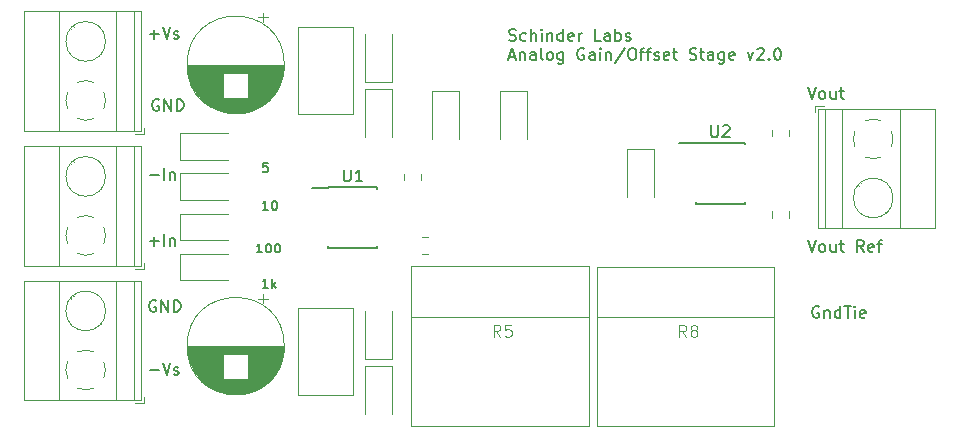
<source format=gbr>
%TF.GenerationSoftware,KiCad,Pcbnew,7.0.7-7.0.7~ubuntu22.04.1*%
%TF.CreationDate,2024-07-22T06:27:46-04:00*%
%TF.ProjectId,adjustable_instamp,61646a75-7374-4616-926c-655f696e7374,rev?*%
%TF.SameCoordinates,Original*%
%TF.FileFunction,Legend,Top*%
%TF.FilePolarity,Positive*%
%FSLAX46Y46*%
G04 Gerber Fmt 4.6, Leading zero omitted, Abs format (unit mm)*
G04 Created by KiCad (PCBNEW 7.0.7-7.0.7~ubuntu22.04.1) date 2024-07-22 06:27:46*
%MOMM*%
%LPD*%
G01*
G04 APERTURE LIST*
%ADD10C,0.150000*%
%ADD11C,0.100000*%
%ADD12C,0.120000*%
G04 APERTURE END LIST*
D10*
X124796779Y-89404866D02*
X125558684Y-89404866D01*
X125177731Y-89785819D02*
X125177731Y-89023914D01*
X126034874Y-89785819D02*
X126034874Y-88785819D01*
X126511064Y-89119152D02*
X126511064Y-89785819D01*
X126511064Y-89214390D02*
X126558683Y-89166771D01*
X126558683Y-89166771D02*
X126653921Y-89119152D01*
X126653921Y-89119152D02*
X126796778Y-89119152D01*
X126796778Y-89119152D02*
X126892016Y-89166771D01*
X126892016Y-89166771D02*
X126939635Y-89262009D01*
X126939635Y-89262009D02*
X126939635Y-89785819D01*
X124796779Y-83816866D02*
X125558684Y-83816866D01*
X126034874Y-84197819D02*
X126034874Y-83197819D01*
X126511064Y-83531152D02*
X126511064Y-84197819D01*
X126511064Y-83626390D02*
X126558683Y-83578771D01*
X126558683Y-83578771D02*
X126653921Y-83531152D01*
X126653921Y-83531152D02*
X126796778Y-83531152D01*
X126796778Y-83531152D02*
X126892016Y-83578771D01*
X126892016Y-83578771D02*
X126939635Y-83674009D01*
X126939635Y-83674009D02*
X126939635Y-84197819D01*
X134820207Y-93366295D02*
X134363064Y-93366295D01*
X134591636Y-93366295D02*
X134591636Y-92566295D01*
X134591636Y-92566295D02*
X134515445Y-92680580D01*
X134515445Y-92680580D02*
X134439255Y-92756771D01*
X134439255Y-92756771D02*
X134363064Y-92794866D01*
X135163065Y-93366295D02*
X135163065Y-92566295D01*
X135239255Y-93061533D02*
X135467827Y-93366295D01*
X135467827Y-92832961D02*
X135163065Y-93137723D01*
X134312207Y-90330533D02*
X133855064Y-90330533D01*
X134083636Y-90330533D02*
X134083636Y-89630533D01*
X134083636Y-89630533D02*
X134007445Y-89730533D01*
X134007445Y-89730533D02*
X133931255Y-89797200D01*
X133931255Y-89797200D02*
X133855064Y-89830533D01*
X134807446Y-89630533D02*
X134883636Y-89630533D01*
X134883636Y-89630533D02*
X134959827Y-89663866D01*
X134959827Y-89663866D02*
X134997922Y-89697200D01*
X134997922Y-89697200D02*
X135036017Y-89763866D01*
X135036017Y-89763866D02*
X135074112Y-89897200D01*
X135074112Y-89897200D02*
X135074112Y-90063866D01*
X135074112Y-90063866D02*
X135036017Y-90197200D01*
X135036017Y-90197200D02*
X134997922Y-90263866D01*
X134997922Y-90263866D02*
X134959827Y-90297200D01*
X134959827Y-90297200D02*
X134883636Y-90330533D01*
X134883636Y-90330533D02*
X134807446Y-90330533D01*
X134807446Y-90330533D02*
X134731255Y-90297200D01*
X134731255Y-90297200D02*
X134693160Y-90263866D01*
X134693160Y-90263866D02*
X134655065Y-90197200D01*
X134655065Y-90197200D02*
X134616969Y-90063866D01*
X134616969Y-90063866D02*
X134616969Y-89897200D01*
X134616969Y-89897200D02*
X134655065Y-89763866D01*
X134655065Y-89763866D02*
X134693160Y-89697200D01*
X134693160Y-89697200D02*
X134731255Y-89663866D01*
X134731255Y-89663866D02*
X134807446Y-89630533D01*
X135569351Y-89630533D02*
X135645541Y-89630533D01*
X135645541Y-89630533D02*
X135721732Y-89663866D01*
X135721732Y-89663866D02*
X135759827Y-89697200D01*
X135759827Y-89697200D02*
X135797922Y-89763866D01*
X135797922Y-89763866D02*
X135836017Y-89897200D01*
X135836017Y-89897200D02*
X135836017Y-90063866D01*
X135836017Y-90063866D02*
X135797922Y-90197200D01*
X135797922Y-90197200D02*
X135759827Y-90263866D01*
X135759827Y-90263866D02*
X135721732Y-90297200D01*
X135721732Y-90297200D02*
X135645541Y-90330533D01*
X135645541Y-90330533D02*
X135569351Y-90330533D01*
X135569351Y-90330533D02*
X135493160Y-90297200D01*
X135493160Y-90297200D02*
X135455065Y-90263866D01*
X135455065Y-90263866D02*
X135416970Y-90197200D01*
X135416970Y-90197200D02*
X135378874Y-90063866D01*
X135378874Y-90063866D02*
X135378874Y-89897200D01*
X135378874Y-89897200D02*
X135416970Y-89763866D01*
X135416970Y-89763866D02*
X135455065Y-89697200D01*
X135455065Y-89697200D02*
X135493160Y-89663866D01*
X135493160Y-89663866D02*
X135569351Y-89630533D01*
X134820207Y-86762295D02*
X134363064Y-86762295D01*
X134591636Y-86762295D02*
X134591636Y-85962295D01*
X134591636Y-85962295D02*
X134515445Y-86076580D01*
X134515445Y-86076580D02*
X134439255Y-86152771D01*
X134439255Y-86152771D02*
X134363064Y-86190866D01*
X135315446Y-85962295D02*
X135391636Y-85962295D01*
X135391636Y-85962295D02*
X135467827Y-86000390D01*
X135467827Y-86000390D02*
X135505922Y-86038485D01*
X135505922Y-86038485D02*
X135544017Y-86114676D01*
X135544017Y-86114676D02*
X135582112Y-86267057D01*
X135582112Y-86267057D02*
X135582112Y-86457533D01*
X135582112Y-86457533D02*
X135544017Y-86609914D01*
X135544017Y-86609914D02*
X135505922Y-86686104D01*
X135505922Y-86686104D02*
X135467827Y-86724200D01*
X135467827Y-86724200D02*
X135391636Y-86762295D01*
X135391636Y-86762295D02*
X135315446Y-86762295D01*
X135315446Y-86762295D02*
X135239255Y-86724200D01*
X135239255Y-86724200D02*
X135201160Y-86686104D01*
X135201160Y-86686104D02*
X135163065Y-86609914D01*
X135163065Y-86609914D02*
X135124969Y-86457533D01*
X135124969Y-86457533D02*
X135124969Y-86267057D01*
X135124969Y-86267057D02*
X135163065Y-86114676D01*
X135163065Y-86114676D02*
X135201160Y-86038485D01*
X135201160Y-86038485D02*
X135239255Y-86000390D01*
X135239255Y-86000390D02*
X135315446Y-85962295D01*
X134782112Y-82748295D02*
X134401160Y-82748295D01*
X134401160Y-82748295D02*
X134363064Y-83129247D01*
X134363064Y-83129247D02*
X134401160Y-83091152D01*
X134401160Y-83091152D02*
X134477350Y-83053057D01*
X134477350Y-83053057D02*
X134667826Y-83053057D01*
X134667826Y-83053057D02*
X134744017Y-83091152D01*
X134744017Y-83091152D02*
X134782112Y-83129247D01*
X134782112Y-83129247D02*
X134820207Y-83205438D01*
X134820207Y-83205438D02*
X134820207Y-83395914D01*
X134820207Y-83395914D02*
X134782112Y-83472104D01*
X134782112Y-83472104D02*
X134744017Y-83510200D01*
X134744017Y-83510200D02*
X134667826Y-83548295D01*
X134667826Y-83548295D02*
X134477350Y-83548295D01*
X134477350Y-83548295D02*
X134401160Y-83510200D01*
X134401160Y-83510200D02*
X134363064Y-83472104D01*
X180533922Y-89293819D02*
X180867255Y-90293819D01*
X180867255Y-90293819D02*
X181200588Y-89293819D01*
X181676779Y-90293819D02*
X181581541Y-90246200D01*
X181581541Y-90246200D02*
X181533922Y-90198580D01*
X181533922Y-90198580D02*
X181486303Y-90103342D01*
X181486303Y-90103342D02*
X181486303Y-89817628D01*
X181486303Y-89817628D02*
X181533922Y-89722390D01*
X181533922Y-89722390D02*
X181581541Y-89674771D01*
X181581541Y-89674771D02*
X181676779Y-89627152D01*
X181676779Y-89627152D02*
X181819636Y-89627152D01*
X181819636Y-89627152D02*
X181914874Y-89674771D01*
X181914874Y-89674771D02*
X181962493Y-89722390D01*
X181962493Y-89722390D02*
X182010112Y-89817628D01*
X182010112Y-89817628D02*
X182010112Y-90103342D01*
X182010112Y-90103342D02*
X181962493Y-90198580D01*
X181962493Y-90198580D02*
X181914874Y-90246200D01*
X181914874Y-90246200D02*
X181819636Y-90293819D01*
X181819636Y-90293819D02*
X181676779Y-90293819D01*
X182867255Y-89627152D02*
X182867255Y-90293819D01*
X182438684Y-89627152D02*
X182438684Y-90150961D01*
X182438684Y-90150961D02*
X182486303Y-90246200D01*
X182486303Y-90246200D02*
X182581541Y-90293819D01*
X182581541Y-90293819D02*
X182724398Y-90293819D01*
X182724398Y-90293819D02*
X182819636Y-90246200D01*
X182819636Y-90246200D02*
X182867255Y-90198580D01*
X183200589Y-89627152D02*
X183581541Y-89627152D01*
X183343446Y-89293819D02*
X183343446Y-90150961D01*
X183343446Y-90150961D02*
X183391065Y-90246200D01*
X183391065Y-90246200D02*
X183486303Y-90293819D01*
X183486303Y-90293819D02*
X183581541Y-90293819D01*
X185248208Y-90293819D02*
X184914875Y-89817628D01*
X184676780Y-90293819D02*
X184676780Y-89293819D01*
X184676780Y-89293819D02*
X185057732Y-89293819D01*
X185057732Y-89293819D02*
X185152970Y-89341438D01*
X185152970Y-89341438D02*
X185200589Y-89389057D01*
X185200589Y-89389057D02*
X185248208Y-89484295D01*
X185248208Y-89484295D02*
X185248208Y-89627152D01*
X185248208Y-89627152D02*
X185200589Y-89722390D01*
X185200589Y-89722390D02*
X185152970Y-89770009D01*
X185152970Y-89770009D02*
X185057732Y-89817628D01*
X185057732Y-89817628D02*
X184676780Y-89817628D01*
X186057732Y-90246200D02*
X185962494Y-90293819D01*
X185962494Y-90293819D02*
X185772018Y-90293819D01*
X185772018Y-90293819D02*
X185676780Y-90246200D01*
X185676780Y-90246200D02*
X185629161Y-90150961D01*
X185629161Y-90150961D02*
X185629161Y-89770009D01*
X185629161Y-89770009D02*
X185676780Y-89674771D01*
X185676780Y-89674771D02*
X185772018Y-89627152D01*
X185772018Y-89627152D02*
X185962494Y-89627152D01*
X185962494Y-89627152D02*
X186057732Y-89674771D01*
X186057732Y-89674771D02*
X186105351Y-89770009D01*
X186105351Y-89770009D02*
X186105351Y-89865247D01*
X186105351Y-89865247D02*
X185629161Y-89960485D01*
X186391066Y-89627152D02*
X186772018Y-89627152D01*
X186533923Y-90293819D02*
X186533923Y-89436676D01*
X186533923Y-89436676D02*
X186581542Y-89341438D01*
X186581542Y-89341438D02*
X186676780Y-89293819D01*
X186676780Y-89293819D02*
X186772018Y-89293819D01*
X155229160Y-72380200D02*
X155372017Y-72427819D01*
X155372017Y-72427819D02*
X155610112Y-72427819D01*
X155610112Y-72427819D02*
X155705350Y-72380200D01*
X155705350Y-72380200D02*
X155752969Y-72332580D01*
X155752969Y-72332580D02*
X155800588Y-72237342D01*
X155800588Y-72237342D02*
X155800588Y-72142104D01*
X155800588Y-72142104D02*
X155752969Y-72046866D01*
X155752969Y-72046866D02*
X155705350Y-71999247D01*
X155705350Y-71999247D02*
X155610112Y-71951628D01*
X155610112Y-71951628D02*
X155419636Y-71904009D01*
X155419636Y-71904009D02*
X155324398Y-71856390D01*
X155324398Y-71856390D02*
X155276779Y-71808771D01*
X155276779Y-71808771D02*
X155229160Y-71713533D01*
X155229160Y-71713533D02*
X155229160Y-71618295D01*
X155229160Y-71618295D02*
X155276779Y-71523057D01*
X155276779Y-71523057D02*
X155324398Y-71475438D01*
X155324398Y-71475438D02*
X155419636Y-71427819D01*
X155419636Y-71427819D02*
X155657731Y-71427819D01*
X155657731Y-71427819D02*
X155800588Y-71475438D01*
X156657731Y-72380200D02*
X156562493Y-72427819D01*
X156562493Y-72427819D02*
X156372017Y-72427819D01*
X156372017Y-72427819D02*
X156276779Y-72380200D01*
X156276779Y-72380200D02*
X156229160Y-72332580D01*
X156229160Y-72332580D02*
X156181541Y-72237342D01*
X156181541Y-72237342D02*
X156181541Y-71951628D01*
X156181541Y-71951628D02*
X156229160Y-71856390D01*
X156229160Y-71856390D02*
X156276779Y-71808771D01*
X156276779Y-71808771D02*
X156372017Y-71761152D01*
X156372017Y-71761152D02*
X156562493Y-71761152D01*
X156562493Y-71761152D02*
X156657731Y-71808771D01*
X157086303Y-72427819D02*
X157086303Y-71427819D01*
X157514874Y-72427819D02*
X157514874Y-71904009D01*
X157514874Y-71904009D02*
X157467255Y-71808771D01*
X157467255Y-71808771D02*
X157372017Y-71761152D01*
X157372017Y-71761152D02*
X157229160Y-71761152D01*
X157229160Y-71761152D02*
X157133922Y-71808771D01*
X157133922Y-71808771D02*
X157086303Y-71856390D01*
X157991065Y-72427819D02*
X157991065Y-71761152D01*
X157991065Y-71427819D02*
X157943446Y-71475438D01*
X157943446Y-71475438D02*
X157991065Y-71523057D01*
X157991065Y-71523057D02*
X158038684Y-71475438D01*
X158038684Y-71475438D02*
X157991065Y-71427819D01*
X157991065Y-71427819D02*
X157991065Y-71523057D01*
X158467255Y-71761152D02*
X158467255Y-72427819D01*
X158467255Y-71856390D02*
X158514874Y-71808771D01*
X158514874Y-71808771D02*
X158610112Y-71761152D01*
X158610112Y-71761152D02*
X158752969Y-71761152D01*
X158752969Y-71761152D02*
X158848207Y-71808771D01*
X158848207Y-71808771D02*
X158895826Y-71904009D01*
X158895826Y-71904009D02*
X158895826Y-72427819D01*
X159800588Y-72427819D02*
X159800588Y-71427819D01*
X159800588Y-72380200D02*
X159705350Y-72427819D01*
X159705350Y-72427819D02*
X159514874Y-72427819D01*
X159514874Y-72427819D02*
X159419636Y-72380200D01*
X159419636Y-72380200D02*
X159372017Y-72332580D01*
X159372017Y-72332580D02*
X159324398Y-72237342D01*
X159324398Y-72237342D02*
X159324398Y-71951628D01*
X159324398Y-71951628D02*
X159372017Y-71856390D01*
X159372017Y-71856390D02*
X159419636Y-71808771D01*
X159419636Y-71808771D02*
X159514874Y-71761152D01*
X159514874Y-71761152D02*
X159705350Y-71761152D01*
X159705350Y-71761152D02*
X159800588Y-71808771D01*
X160657731Y-72380200D02*
X160562493Y-72427819D01*
X160562493Y-72427819D02*
X160372017Y-72427819D01*
X160372017Y-72427819D02*
X160276779Y-72380200D01*
X160276779Y-72380200D02*
X160229160Y-72284961D01*
X160229160Y-72284961D02*
X160229160Y-71904009D01*
X160229160Y-71904009D02*
X160276779Y-71808771D01*
X160276779Y-71808771D02*
X160372017Y-71761152D01*
X160372017Y-71761152D02*
X160562493Y-71761152D01*
X160562493Y-71761152D02*
X160657731Y-71808771D01*
X160657731Y-71808771D02*
X160705350Y-71904009D01*
X160705350Y-71904009D02*
X160705350Y-71999247D01*
X160705350Y-71999247D02*
X160229160Y-72094485D01*
X161133922Y-72427819D02*
X161133922Y-71761152D01*
X161133922Y-71951628D02*
X161181541Y-71856390D01*
X161181541Y-71856390D02*
X161229160Y-71808771D01*
X161229160Y-71808771D02*
X161324398Y-71761152D01*
X161324398Y-71761152D02*
X161419636Y-71761152D01*
X162991065Y-72427819D02*
X162514875Y-72427819D01*
X162514875Y-72427819D02*
X162514875Y-71427819D01*
X163752970Y-72427819D02*
X163752970Y-71904009D01*
X163752970Y-71904009D02*
X163705351Y-71808771D01*
X163705351Y-71808771D02*
X163610113Y-71761152D01*
X163610113Y-71761152D02*
X163419637Y-71761152D01*
X163419637Y-71761152D02*
X163324399Y-71808771D01*
X163752970Y-72380200D02*
X163657732Y-72427819D01*
X163657732Y-72427819D02*
X163419637Y-72427819D01*
X163419637Y-72427819D02*
X163324399Y-72380200D01*
X163324399Y-72380200D02*
X163276780Y-72284961D01*
X163276780Y-72284961D02*
X163276780Y-72189723D01*
X163276780Y-72189723D02*
X163324399Y-72094485D01*
X163324399Y-72094485D02*
X163419637Y-72046866D01*
X163419637Y-72046866D02*
X163657732Y-72046866D01*
X163657732Y-72046866D02*
X163752970Y-71999247D01*
X164229161Y-72427819D02*
X164229161Y-71427819D01*
X164229161Y-71808771D02*
X164324399Y-71761152D01*
X164324399Y-71761152D02*
X164514875Y-71761152D01*
X164514875Y-71761152D02*
X164610113Y-71808771D01*
X164610113Y-71808771D02*
X164657732Y-71856390D01*
X164657732Y-71856390D02*
X164705351Y-71951628D01*
X164705351Y-71951628D02*
X164705351Y-72237342D01*
X164705351Y-72237342D02*
X164657732Y-72332580D01*
X164657732Y-72332580D02*
X164610113Y-72380200D01*
X164610113Y-72380200D02*
X164514875Y-72427819D01*
X164514875Y-72427819D02*
X164324399Y-72427819D01*
X164324399Y-72427819D02*
X164229161Y-72380200D01*
X165086304Y-72380200D02*
X165181542Y-72427819D01*
X165181542Y-72427819D02*
X165372018Y-72427819D01*
X165372018Y-72427819D02*
X165467256Y-72380200D01*
X165467256Y-72380200D02*
X165514875Y-72284961D01*
X165514875Y-72284961D02*
X165514875Y-72237342D01*
X165514875Y-72237342D02*
X165467256Y-72142104D01*
X165467256Y-72142104D02*
X165372018Y-72094485D01*
X165372018Y-72094485D02*
X165229161Y-72094485D01*
X165229161Y-72094485D02*
X165133923Y-72046866D01*
X165133923Y-72046866D02*
X165086304Y-71951628D01*
X165086304Y-71951628D02*
X165086304Y-71904009D01*
X165086304Y-71904009D02*
X165133923Y-71808771D01*
X165133923Y-71808771D02*
X165229161Y-71761152D01*
X165229161Y-71761152D02*
X165372018Y-71761152D01*
X165372018Y-71761152D02*
X165467256Y-71808771D01*
X155229160Y-73752104D02*
X155705350Y-73752104D01*
X155133922Y-74037819D02*
X155467255Y-73037819D01*
X155467255Y-73037819D02*
X155800588Y-74037819D01*
X156133922Y-73371152D02*
X156133922Y-74037819D01*
X156133922Y-73466390D02*
X156181541Y-73418771D01*
X156181541Y-73418771D02*
X156276779Y-73371152D01*
X156276779Y-73371152D02*
X156419636Y-73371152D01*
X156419636Y-73371152D02*
X156514874Y-73418771D01*
X156514874Y-73418771D02*
X156562493Y-73514009D01*
X156562493Y-73514009D02*
X156562493Y-74037819D01*
X157467255Y-74037819D02*
X157467255Y-73514009D01*
X157467255Y-73514009D02*
X157419636Y-73418771D01*
X157419636Y-73418771D02*
X157324398Y-73371152D01*
X157324398Y-73371152D02*
X157133922Y-73371152D01*
X157133922Y-73371152D02*
X157038684Y-73418771D01*
X157467255Y-73990200D02*
X157372017Y-74037819D01*
X157372017Y-74037819D02*
X157133922Y-74037819D01*
X157133922Y-74037819D02*
X157038684Y-73990200D01*
X157038684Y-73990200D02*
X156991065Y-73894961D01*
X156991065Y-73894961D02*
X156991065Y-73799723D01*
X156991065Y-73799723D02*
X157038684Y-73704485D01*
X157038684Y-73704485D02*
X157133922Y-73656866D01*
X157133922Y-73656866D02*
X157372017Y-73656866D01*
X157372017Y-73656866D02*
X157467255Y-73609247D01*
X158086303Y-74037819D02*
X157991065Y-73990200D01*
X157991065Y-73990200D02*
X157943446Y-73894961D01*
X157943446Y-73894961D02*
X157943446Y-73037819D01*
X158610113Y-74037819D02*
X158514875Y-73990200D01*
X158514875Y-73990200D02*
X158467256Y-73942580D01*
X158467256Y-73942580D02*
X158419637Y-73847342D01*
X158419637Y-73847342D02*
X158419637Y-73561628D01*
X158419637Y-73561628D02*
X158467256Y-73466390D01*
X158467256Y-73466390D02*
X158514875Y-73418771D01*
X158514875Y-73418771D02*
X158610113Y-73371152D01*
X158610113Y-73371152D02*
X158752970Y-73371152D01*
X158752970Y-73371152D02*
X158848208Y-73418771D01*
X158848208Y-73418771D02*
X158895827Y-73466390D01*
X158895827Y-73466390D02*
X158943446Y-73561628D01*
X158943446Y-73561628D02*
X158943446Y-73847342D01*
X158943446Y-73847342D02*
X158895827Y-73942580D01*
X158895827Y-73942580D02*
X158848208Y-73990200D01*
X158848208Y-73990200D02*
X158752970Y-74037819D01*
X158752970Y-74037819D02*
X158610113Y-74037819D01*
X159800589Y-73371152D02*
X159800589Y-74180676D01*
X159800589Y-74180676D02*
X159752970Y-74275914D01*
X159752970Y-74275914D02*
X159705351Y-74323533D01*
X159705351Y-74323533D02*
X159610113Y-74371152D01*
X159610113Y-74371152D02*
X159467256Y-74371152D01*
X159467256Y-74371152D02*
X159372018Y-74323533D01*
X159800589Y-73990200D02*
X159705351Y-74037819D01*
X159705351Y-74037819D02*
X159514875Y-74037819D01*
X159514875Y-74037819D02*
X159419637Y-73990200D01*
X159419637Y-73990200D02*
X159372018Y-73942580D01*
X159372018Y-73942580D02*
X159324399Y-73847342D01*
X159324399Y-73847342D02*
X159324399Y-73561628D01*
X159324399Y-73561628D02*
X159372018Y-73466390D01*
X159372018Y-73466390D02*
X159419637Y-73418771D01*
X159419637Y-73418771D02*
X159514875Y-73371152D01*
X159514875Y-73371152D02*
X159705351Y-73371152D01*
X159705351Y-73371152D02*
X159800589Y-73418771D01*
X161562494Y-73085438D02*
X161467256Y-73037819D01*
X161467256Y-73037819D02*
X161324399Y-73037819D01*
X161324399Y-73037819D02*
X161181542Y-73085438D01*
X161181542Y-73085438D02*
X161086304Y-73180676D01*
X161086304Y-73180676D02*
X161038685Y-73275914D01*
X161038685Y-73275914D02*
X160991066Y-73466390D01*
X160991066Y-73466390D02*
X160991066Y-73609247D01*
X160991066Y-73609247D02*
X161038685Y-73799723D01*
X161038685Y-73799723D02*
X161086304Y-73894961D01*
X161086304Y-73894961D02*
X161181542Y-73990200D01*
X161181542Y-73990200D02*
X161324399Y-74037819D01*
X161324399Y-74037819D02*
X161419637Y-74037819D01*
X161419637Y-74037819D02*
X161562494Y-73990200D01*
X161562494Y-73990200D02*
X161610113Y-73942580D01*
X161610113Y-73942580D02*
X161610113Y-73609247D01*
X161610113Y-73609247D02*
X161419637Y-73609247D01*
X162467256Y-74037819D02*
X162467256Y-73514009D01*
X162467256Y-73514009D02*
X162419637Y-73418771D01*
X162419637Y-73418771D02*
X162324399Y-73371152D01*
X162324399Y-73371152D02*
X162133923Y-73371152D01*
X162133923Y-73371152D02*
X162038685Y-73418771D01*
X162467256Y-73990200D02*
X162372018Y-74037819D01*
X162372018Y-74037819D02*
X162133923Y-74037819D01*
X162133923Y-74037819D02*
X162038685Y-73990200D01*
X162038685Y-73990200D02*
X161991066Y-73894961D01*
X161991066Y-73894961D02*
X161991066Y-73799723D01*
X161991066Y-73799723D02*
X162038685Y-73704485D01*
X162038685Y-73704485D02*
X162133923Y-73656866D01*
X162133923Y-73656866D02*
X162372018Y-73656866D01*
X162372018Y-73656866D02*
X162467256Y-73609247D01*
X162943447Y-74037819D02*
X162943447Y-73371152D01*
X162943447Y-73037819D02*
X162895828Y-73085438D01*
X162895828Y-73085438D02*
X162943447Y-73133057D01*
X162943447Y-73133057D02*
X162991066Y-73085438D01*
X162991066Y-73085438D02*
X162943447Y-73037819D01*
X162943447Y-73037819D02*
X162943447Y-73133057D01*
X163419637Y-73371152D02*
X163419637Y-74037819D01*
X163419637Y-73466390D02*
X163467256Y-73418771D01*
X163467256Y-73418771D02*
X163562494Y-73371152D01*
X163562494Y-73371152D02*
X163705351Y-73371152D01*
X163705351Y-73371152D02*
X163800589Y-73418771D01*
X163800589Y-73418771D02*
X163848208Y-73514009D01*
X163848208Y-73514009D02*
X163848208Y-74037819D01*
X165038684Y-72990200D02*
X164181542Y-74275914D01*
X165562494Y-73037819D02*
X165752970Y-73037819D01*
X165752970Y-73037819D02*
X165848208Y-73085438D01*
X165848208Y-73085438D02*
X165943446Y-73180676D01*
X165943446Y-73180676D02*
X165991065Y-73371152D01*
X165991065Y-73371152D02*
X165991065Y-73704485D01*
X165991065Y-73704485D02*
X165943446Y-73894961D01*
X165943446Y-73894961D02*
X165848208Y-73990200D01*
X165848208Y-73990200D02*
X165752970Y-74037819D01*
X165752970Y-74037819D02*
X165562494Y-74037819D01*
X165562494Y-74037819D02*
X165467256Y-73990200D01*
X165467256Y-73990200D02*
X165372018Y-73894961D01*
X165372018Y-73894961D02*
X165324399Y-73704485D01*
X165324399Y-73704485D02*
X165324399Y-73371152D01*
X165324399Y-73371152D02*
X165372018Y-73180676D01*
X165372018Y-73180676D02*
X165467256Y-73085438D01*
X165467256Y-73085438D02*
X165562494Y-73037819D01*
X166276780Y-73371152D02*
X166657732Y-73371152D01*
X166419637Y-74037819D02*
X166419637Y-73180676D01*
X166419637Y-73180676D02*
X166467256Y-73085438D01*
X166467256Y-73085438D02*
X166562494Y-73037819D01*
X166562494Y-73037819D02*
X166657732Y-73037819D01*
X166848209Y-73371152D02*
X167229161Y-73371152D01*
X166991066Y-74037819D02*
X166991066Y-73180676D01*
X166991066Y-73180676D02*
X167038685Y-73085438D01*
X167038685Y-73085438D02*
X167133923Y-73037819D01*
X167133923Y-73037819D02*
X167229161Y-73037819D01*
X167514876Y-73990200D02*
X167610114Y-74037819D01*
X167610114Y-74037819D02*
X167800590Y-74037819D01*
X167800590Y-74037819D02*
X167895828Y-73990200D01*
X167895828Y-73990200D02*
X167943447Y-73894961D01*
X167943447Y-73894961D02*
X167943447Y-73847342D01*
X167943447Y-73847342D02*
X167895828Y-73752104D01*
X167895828Y-73752104D02*
X167800590Y-73704485D01*
X167800590Y-73704485D02*
X167657733Y-73704485D01*
X167657733Y-73704485D02*
X167562495Y-73656866D01*
X167562495Y-73656866D02*
X167514876Y-73561628D01*
X167514876Y-73561628D02*
X167514876Y-73514009D01*
X167514876Y-73514009D02*
X167562495Y-73418771D01*
X167562495Y-73418771D02*
X167657733Y-73371152D01*
X167657733Y-73371152D02*
X167800590Y-73371152D01*
X167800590Y-73371152D02*
X167895828Y-73418771D01*
X168752971Y-73990200D02*
X168657733Y-74037819D01*
X168657733Y-74037819D02*
X168467257Y-74037819D01*
X168467257Y-74037819D02*
X168372019Y-73990200D01*
X168372019Y-73990200D02*
X168324400Y-73894961D01*
X168324400Y-73894961D02*
X168324400Y-73514009D01*
X168324400Y-73514009D02*
X168372019Y-73418771D01*
X168372019Y-73418771D02*
X168467257Y-73371152D01*
X168467257Y-73371152D02*
X168657733Y-73371152D01*
X168657733Y-73371152D02*
X168752971Y-73418771D01*
X168752971Y-73418771D02*
X168800590Y-73514009D01*
X168800590Y-73514009D02*
X168800590Y-73609247D01*
X168800590Y-73609247D02*
X168324400Y-73704485D01*
X169086305Y-73371152D02*
X169467257Y-73371152D01*
X169229162Y-73037819D02*
X169229162Y-73894961D01*
X169229162Y-73894961D02*
X169276781Y-73990200D01*
X169276781Y-73990200D02*
X169372019Y-74037819D01*
X169372019Y-74037819D02*
X169467257Y-74037819D01*
X170514877Y-73990200D02*
X170657734Y-74037819D01*
X170657734Y-74037819D02*
X170895829Y-74037819D01*
X170895829Y-74037819D02*
X170991067Y-73990200D01*
X170991067Y-73990200D02*
X171038686Y-73942580D01*
X171038686Y-73942580D02*
X171086305Y-73847342D01*
X171086305Y-73847342D02*
X171086305Y-73752104D01*
X171086305Y-73752104D02*
X171038686Y-73656866D01*
X171038686Y-73656866D02*
X170991067Y-73609247D01*
X170991067Y-73609247D02*
X170895829Y-73561628D01*
X170895829Y-73561628D02*
X170705353Y-73514009D01*
X170705353Y-73514009D02*
X170610115Y-73466390D01*
X170610115Y-73466390D02*
X170562496Y-73418771D01*
X170562496Y-73418771D02*
X170514877Y-73323533D01*
X170514877Y-73323533D02*
X170514877Y-73228295D01*
X170514877Y-73228295D02*
X170562496Y-73133057D01*
X170562496Y-73133057D02*
X170610115Y-73085438D01*
X170610115Y-73085438D02*
X170705353Y-73037819D01*
X170705353Y-73037819D02*
X170943448Y-73037819D01*
X170943448Y-73037819D02*
X171086305Y-73085438D01*
X171372020Y-73371152D02*
X171752972Y-73371152D01*
X171514877Y-73037819D02*
X171514877Y-73894961D01*
X171514877Y-73894961D02*
X171562496Y-73990200D01*
X171562496Y-73990200D02*
X171657734Y-74037819D01*
X171657734Y-74037819D02*
X171752972Y-74037819D01*
X172514877Y-74037819D02*
X172514877Y-73514009D01*
X172514877Y-73514009D02*
X172467258Y-73418771D01*
X172467258Y-73418771D02*
X172372020Y-73371152D01*
X172372020Y-73371152D02*
X172181544Y-73371152D01*
X172181544Y-73371152D02*
X172086306Y-73418771D01*
X172514877Y-73990200D02*
X172419639Y-74037819D01*
X172419639Y-74037819D02*
X172181544Y-74037819D01*
X172181544Y-74037819D02*
X172086306Y-73990200D01*
X172086306Y-73990200D02*
X172038687Y-73894961D01*
X172038687Y-73894961D02*
X172038687Y-73799723D01*
X172038687Y-73799723D02*
X172086306Y-73704485D01*
X172086306Y-73704485D02*
X172181544Y-73656866D01*
X172181544Y-73656866D02*
X172419639Y-73656866D01*
X172419639Y-73656866D02*
X172514877Y-73609247D01*
X173419639Y-73371152D02*
X173419639Y-74180676D01*
X173419639Y-74180676D02*
X173372020Y-74275914D01*
X173372020Y-74275914D02*
X173324401Y-74323533D01*
X173324401Y-74323533D02*
X173229163Y-74371152D01*
X173229163Y-74371152D02*
X173086306Y-74371152D01*
X173086306Y-74371152D02*
X172991068Y-74323533D01*
X173419639Y-73990200D02*
X173324401Y-74037819D01*
X173324401Y-74037819D02*
X173133925Y-74037819D01*
X173133925Y-74037819D02*
X173038687Y-73990200D01*
X173038687Y-73990200D02*
X172991068Y-73942580D01*
X172991068Y-73942580D02*
X172943449Y-73847342D01*
X172943449Y-73847342D02*
X172943449Y-73561628D01*
X172943449Y-73561628D02*
X172991068Y-73466390D01*
X172991068Y-73466390D02*
X173038687Y-73418771D01*
X173038687Y-73418771D02*
X173133925Y-73371152D01*
X173133925Y-73371152D02*
X173324401Y-73371152D01*
X173324401Y-73371152D02*
X173419639Y-73418771D01*
X174276782Y-73990200D02*
X174181544Y-74037819D01*
X174181544Y-74037819D02*
X173991068Y-74037819D01*
X173991068Y-74037819D02*
X173895830Y-73990200D01*
X173895830Y-73990200D02*
X173848211Y-73894961D01*
X173848211Y-73894961D02*
X173848211Y-73514009D01*
X173848211Y-73514009D02*
X173895830Y-73418771D01*
X173895830Y-73418771D02*
X173991068Y-73371152D01*
X173991068Y-73371152D02*
X174181544Y-73371152D01*
X174181544Y-73371152D02*
X174276782Y-73418771D01*
X174276782Y-73418771D02*
X174324401Y-73514009D01*
X174324401Y-73514009D02*
X174324401Y-73609247D01*
X174324401Y-73609247D02*
X173848211Y-73704485D01*
X175419640Y-73371152D02*
X175657735Y-74037819D01*
X175657735Y-74037819D02*
X175895830Y-73371152D01*
X176229164Y-73133057D02*
X176276783Y-73085438D01*
X176276783Y-73085438D02*
X176372021Y-73037819D01*
X176372021Y-73037819D02*
X176610116Y-73037819D01*
X176610116Y-73037819D02*
X176705354Y-73085438D01*
X176705354Y-73085438D02*
X176752973Y-73133057D01*
X176752973Y-73133057D02*
X176800592Y-73228295D01*
X176800592Y-73228295D02*
X176800592Y-73323533D01*
X176800592Y-73323533D02*
X176752973Y-73466390D01*
X176752973Y-73466390D02*
X176181545Y-74037819D01*
X176181545Y-74037819D02*
X176800592Y-74037819D01*
X177229164Y-73942580D02*
X177276783Y-73990200D01*
X177276783Y-73990200D02*
X177229164Y-74037819D01*
X177229164Y-74037819D02*
X177181545Y-73990200D01*
X177181545Y-73990200D02*
X177229164Y-73942580D01*
X177229164Y-73942580D02*
X177229164Y-74037819D01*
X177895830Y-73037819D02*
X177991068Y-73037819D01*
X177991068Y-73037819D02*
X178086306Y-73085438D01*
X178086306Y-73085438D02*
X178133925Y-73133057D01*
X178133925Y-73133057D02*
X178181544Y-73228295D01*
X178181544Y-73228295D02*
X178229163Y-73418771D01*
X178229163Y-73418771D02*
X178229163Y-73656866D01*
X178229163Y-73656866D02*
X178181544Y-73847342D01*
X178181544Y-73847342D02*
X178133925Y-73942580D01*
X178133925Y-73942580D02*
X178086306Y-73990200D01*
X178086306Y-73990200D02*
X177991068Y-74037819D01*
X177991068Y-74037819D02*
X177895830Y-74037819D01*
X177895830Y-74037819D02*
X177800592Y-73990200D01*
X177800592Y-73990200D02*
X177752973Y-73942580D01*
X177752973Y-73942580D02*
X177705354Y-73847342D01*
X177705354Y-73847342D02*
X177657735Y-73656866D01*
X177657735Y-73656866D02*
X177657735Y-73418771D01*
X177657735Y-73418771D02*
X177705354Y-73228295D01*
X177705354Y-73228295D02*
X177752973Y-73133057D01*
X177752973Y-73133057D02*
X177800592Y-73085438D01*
X177800592Y-73085438D02*
X177895830Y-73037819D01*
X125574588Y-77403438D02*
X125479350Y-77355819D01*
X125479350Y-77355819D02*
X125336493Y-77355819D01*
X125336493Y-77355819D02*
X125193636Y-77403438D01*
X125193636Y-77403438D02*
X125098398Y-77498676D01*
X125098398Y-77498676D02*
X125050779Y-77593914D01*
X125050779Y-77593914D02*
X125003160Y-77784390D01*
X125003160Y-77784390D02*
X125003160Y-77927247D01*
X125003160Y-77927247D02*
X125050779Y-78117723D01*
X125050779Y-78117723D02*
X125098398Y-78212961D01*
X125098398Y-78212961D02*
X125193636Y-78308200D01*
X125193636Y-78308200D02*
X125336493Y-78355819D01*
X125336493Y-78355819D02*
X125431731Y-78355819D01*
X125431731Y-78355819D02*
X125574588Y-78308200D01*
X125574588Y-78308200D02*
X125622207Y-78260580D01*
X125622207Y-78260580D02*
X125622207Y-77927247D01*
X125622207Y-77927247D02*
X125431731Y-77927247D01*
X126050779Y-78355819D02*
X126050779Y-77355819D01*
X126050779Y-77355819D02*
X126622207Y-78355819D01*
X126622207Y-78355819D02*
X126622207Y-77355819D01*
X127098398Y-78355819D02*
X127098398Y-77355819D01*
X127098398Y-77355819D02*
X127336493Y-77355819D01*
X127336493Y-77355819D02*
X127479350Y-77403438D01*
X127479350Y-77403438D02*
X127574588Y-77498676D01*
X127574588Y-77498676D02*
X127622207Y-77593914D01*
X127622207Y-77593914D02*
X127669826Y-77784390D01*
X127669826Y-77784390D02*
X127669826Y-77927247D01*
X127669826Y-77927247D02*
X127622207Y-78117723D01*
X127622207Y-78117723D02*
X127574588Y-78212961D01*
X127574588Y-78212961D02*
X127479350Y-78308200D01*
X127479350Y-78308200D02*
X127336493Y-78355819D01*
X127336493Y-78355819D02*
X127098398Y-78355819D01*
X124796779Y-100326866D02*
X125558684Y-100326866D01*
X125892017Y-99707819D02*
X126225350Y-100707819D01*
X126225350Y-100707819D02*
X126558683Y-99707819D01*
X126844398Y-100660200D02*
X126939636Y-100707819D01*
X126939636Y-100707819D02*
X127130112Y-100707819D01*
X127130112Y-100707819D02*
X127225350Y-100660200D01*
X127225350Y-100660200D02*
X127272969Y-100564961D01*
X127272969Y-100564961D02*
X127272969Y-100517342D01*
X127272969Y-100517342D02*
X127225350Y-100422104D01*
X127225350Y-100422104D02*
X127130112Y-100374485D01*
X127130112Y-100374485D02*
X126987255Y-100374485D01*
X126987255Y-100374485D02*
X126892017Y-100326866D01*
X126892017Y-100326866D02*
X126844398Y-100231628D01*
X126844398Y-100231628D02*
X126844398Y-100184009D01*
X126844398Y-100184009D02*
X126892017Y-100088771D01*
X126892017Y-100088771D02*
X126987255Y-100041152D01*
X126987255Y-100041152D02*
X127130112Y-100041152D01*
X127130112Y-100041152D02*
X127225350Y-100088771D01*
X181454588Y-94929438D02*
X181359350Y-94881819D01*
X181359350Y-94881819D02*
X181216493Y-94881819D01*
X181216493Y-94881819D02*
X181073636Y-94929438D01*
X181073636Y-94929438D02*
X180978398Y-95024676D01*
X180978398Y-95024676D02*
X180930779Y-95119914D01*
X180930779Y-95119914D02*
X180883160Y-95310390D01*
X180883160Y-95310390D02*
X180883160Y-95453247D01*
X180883160Y-95453247D02*
X180930779Y-95643723D01*
X180930779Y-95643723D02*
X180978398Y-95738961D01*
X180978398Y-95738961D02*
X181073636Y-95834200D01*
X181073636Y-95834200D02*
X181216493Y-95881819D01*
X181216493Y-95881819D02*
X181311731Y-95881819D01*
X181311731Y-95881819D02*
X181454588Y-95834200D01*
X181454588Y-95834200D02*
X181502207Y-95786580D01*
X181502207Y-95786580D02*
X181502207Y-95453247D01*
X181502207Y-95453247D02*
X181311731Y-95453247D01*
X181930779Y-95215152D02*
X181930779Y-95881819D01*
X181930779Y-95310390D02*
X181978398Y-95262771D01*
X181978398Y-95262771D02*
X182073636Y-95215152D01*
X182073636Y-95215152D02*
X182216493Y-95215152D01*
X182216493Y-95215152D02*
X182311731Y-95262771D01*
X182311731Y-95262771D02*
X182359350Y-95358009D01*
X182359350Y-95358009D02*
X182359350Y-95881819D01*
X183264112Y-95881819D02*
X183264112Y-94881819D01*
X183264112Y-95834200D02*
X183168874Y-95881819D01*
X183168874Y-95881819D02*
X182978398Y-95881819D01*
X182978398Y-95881819D02*
X182883160Y-95834200D01*
X182883160Y-95834200D02*
X182835541Y-95786580D01*
X182835541Y-95786580D02*
X182787922Y-95691342D01*
X182787922Y-95691342D02*
X182787922Y-95405628D01*
X182787922Y-95405628D02*
X182835541Y-95310390D01*
X182835541Y-95310390D02*
X182883160Y-95262771D01*
X182883160Y-95262771D02*
X182978398Y-95215152D01*
X182978398Y-95215152D02*
X183168874Y-95215152D01*
X183168874Y-95215152D02*
X183264112Y-95262771D01*
X183597446Y-94881819D02*
X184168874Y-94881819D01*
X183883160Y-95881819D02*
X183883160Y-94881819D01*
X184502208Y-95881819D02*
X184502208Y-95215152D01*
X184502208Y-94881819D02*
X184454589Y-94929438D01*
X184454589Y-94929438D02*
X184502208Y-94977057D01*
X184502208Y-94977057D02*
X184549827Y-94929438D01*
X184549827Y-94929438D02*
X184502208Y-94881819D01*
X184502208Y-94881819D02*
X184502208Y-94977057D01*
X185359350Y-95834200D02*
X185264112Y-95881819D01*
X185264112Y-95881819D02*
X185073636Y-95881819D01*
X185073636Y-95881819D02*
X184978398Y-95834200D01*
X184978398Y-95834200D02*
X184930779Y-95738961D01*
X184930779Y-95738961D02*
X184930779Y-95358009D01*
X184930779Y-95358009D02*
X184978398Y-95262771D01*
X184978398Y-95262771D02*
X185073636Y-95215152D01*
X185073636Y-95215152D02*
X185264112Y-95215152D01*
X185264112Y-95215152D02*
X185359350Y-95262771D01*
X185359350Y-95262771D02*
X185406969Y-95358009D01*
X185406969Y-95358009D02*
X185406969Y-95453247D01*
X185406969Y-95453247D02*
X184930779Y-95548485D01*
X125320588Y-94421438D02*
X125225350Y-94373819D01*
X125225350Y-94373819D02*
X125082493Y-94373819D01*
X125082493Y-94373819D02*
X124939636Y-94421438D01*
X124939636Y-94421438D02*
X124844398Y-94516676D01*
X124844398Y-94516676D02*
X124796779Y-94611914D01*
X124796779Y-94611914D02*
X124749160Y-94802390D01*
X124749160Y-94802390D02*
X124749160Y-94945247D01*
X124749160Y-94945247D02*
X124796779Y-95135723D01*
X124796779Y-95135723D02*
X124844398Y-95230961D01*
X124844398Y-95230961D02*
X124939636Y-95326200D01*
X124939636Y-95326200D02*
X125082493Y-95373819D01*
X125082493Y-95373819D02*
X125177731Y-95373819D01*
X125177731Y-95373819D02*
X125320588Y-95326200D01*
X125320588Y-95326200D02*
X125368207Y-95278580D01*
X125368207Y-95278580D02*
X125368207Y-94945247D01*
X125368207Y-94945247D02*
X125177731Y-94945247D01*
X125796779Y-95373819D02*
X125796779Y-94373819D01*
X125796779Y-94373819D02*
X126368207Y-95373819D01*
X126368207Y-95373819D02*
X126368207Y-94373819D01*
X126844398Y-95373819D02*
X126844398Y-94373819D01*
X126844398Y-94373819D02*
X127082493Y-94373819D01*
X127082493Y-94373819D02*
X127225350Y-94421438D01*
X127225350Y-94421438D02*
X127320588Y-94516676D01*
X127320588Y-94516676D02*
X127368207Y-94611914D01*
X127368207Y-94611914D02*
X127415826Y-94802390D01*
X127415826Y-94802390D02*
X127415826Y-94945247D01*
X127415826Y-94945247D02*
X127368207Y-95135723D01*
X127368207Y-95135723D02*
X127320588Y-95230961D01*
X127320588Y-95230961D02*
X127225350Y-95326200D01*
X127225350Y-95326200D02*
X127082493Y-95373819D01*
X127082493Y-95373819D02*
X126844398Y-95373819D01*
X124796779Y-71878866D02*
X125558684Y-71878866D01*
X125177731Y-72259819D02*
X125177731Y-71497914D01*
X125892017Y-71259819D02*
X126225350Y-72259819D01*
X126225350Y-72259819D02*
X126558683Y-71259819D01*
X126844398Y-72212200D02*
X126939636Y-72259819D01*
X126939636Y-72259819D02*
X127130112Y-72259819D01*
X127130112Y-72259819D02*
X127225350Y-72212200D01*
X127225350Y-72212200D02*
X127272969Y-72116961D01*
X127272969Y-72116961D02*
X127272969Y-72069342D01*
X127272969Y-72069342D02*
X127225350Y-71974104D01*
X127225350Y-71974104D02*
X127130112Y-71926485D01*
X127130112Y-71926485D02*
X126987255Y-71926485D01*
X126987255Y-71926485D02*
X126892017Y-71878866D01*
X126892017Y-71878866D02*
X126844398Y-71783628D01*
X126844398Y-71783628D02*
X126844398Y-71736009D01*
X126844398Y-71736009D02*
X126892017Y-71640771D01*
X126892017Y-71640771D02*
X126987255Y-71593152D01*
X126987255Y-71593152D02*
X127130112Y-71593152D01*
X127130112Y-71593152D02*
X127225350Y-71640771D01*
X180533922Y-76339819D02*
X180867255Y-77339819D01*
X180867255Y-77339819D02*
X181200588Y-76339819D01*
X181676779Y-77339819D02*
X181581541Y-77292200D01*
X181581541Y-77292200D02*
X181533922Y-77244580D01*
X181533922Y-77244580D02*
X181486303Y-77149342D01*
X181486303Y-77149342D02*
X181486303Y-76863628D01*
X181486303Y-76863628D02*
X181533922Y-76768390D01*
X181533922Y-76768390D02*
X181581541Y-76720771D01*
X181581541Y-76720771D02*
X181676779Y-76673152D01*
X181676779Y-76673152D02*
X181819636Y-76673152D01*
X181819636Y-76673152D02*
X181914874Y-76720771D01*
X181914874Y-76720771D02*
X181962493Y-76768390D01*
X181962493Y-76768390D02*
X182010112Y-76863628D01*
X182010112Y-76863628D02*
X182010112Y-77149342D01*
X182010112Y-77149342D02*
X181962493Y-77244580D01*
X181962493Y-77244580D02*
X181914874Y-77292200D01*
X181914874Y-77292200D02*
X181819636Y-77339819D01*
X181819636Y-77339819D02*
X181676779Y-77339819D01*
X182867255Y-76673152D02*
X182867255Y-77339819D01*
X182438684Y-76673152D02*
X182438684Y-77196961D01*
X182438684Y-77196961D02*
X182486303Y-77292200D01*
X182486303Y-77292200D02*
X182581541Y-77339819D01*
X182581541Y-77339819D02*
X182724398Y-77339819D01*
X182724398Y-77339819D02*
X182819636Y-77292200D01*
X182819636Y-77292200D02*
X182867255Y-77244580D01*
X183200589Y-76673152D02*
X183581541Y-76673152D01*
X183343446Y-76339819D02*
X183343446Y-77196961D01*
X183343446Y-77196961D02*
X183391065Y-77292200D01*
X183391065Y-77292200D02*
X183486303Y-77339819D01*
X183486303Y-77339819D02*
X183581541Y-77339819D01*
D11*
X154488333Y-97470419D02*
X154155000Y-96994228D01*
X153916905Y-97470419D02*
X153916905Y-96470419D01*
X153916905Y-96470419D02*
X154297857Y-96470419D01*
X154297857Y-96470419D02*
X154393095Y-96518038D01*
X154393095Y-96518038D02*
X154440714Y-96565657D01*
X154440714Y-96565657D02*
X154488333Y-96660895D01*
X154488333Y-96660895D02*
X154488333Y-96803752D01*
X154488333Y-96803752D02*
X154440714Y-96898990D01*
X154440714Y-96898990D02*
X154393095Y-96946609D01*
X154393095Y-96946609D02*
X154297857Y-96994228D01*
X154297857Y-96994228D02*
X153916905Y-96994228D01*
X155393095Y-96470419D02*
X154916905Y-96470419D01*
X154916905Y-96470419D02*
X154869286Y-96946609D01*
X154869286Y-96946609D02*
X154916905Y-96898990D01*
X154916905Y-96898990D02*
X155012143Y-96851371D01*
X155012143Y-96851371D02*
X155250238Y-96851371D01*
X155250238Y-96851371D02*
X155345476Y-96898990D01*
X155345476Y-96898990D02*
X155393095Y-96946609D01*
X155393095Y-96946609D02*
X155440714Y-97041847D01*
X155440714Y-97041847D02*
X155440714Y-97279942D01*
X155440714Y-97279942D02*
X155393095Y-97375180D01*
X155393095Y-97375180D02*
X155345476Y-97422800D01*
X155345476Y-97422800D02*
X155250238Y-97470419D01*
X155250238Y-97470419D02*
X155012143Y-97470419D01*
X155012143Y-97470419D02*
X154916905Y-97422800D01*
X154916905Y-97422800D02*
X154869286Y-97375180D01*
X170213333Y-97490419D02*
X169880000Y-97014228D01*
X169641905Y-97490419D02*
X169641905Y-96490419D01*
X169641905Y-96490419D02*
X170022857Y-96490419D01*
X170022857Y-96490419D02*
X170118095Y-96538038D01*
X170118095Y-96538038D02*
X170165714Y-96585657D01*
X170165714Y-96585657D02*
X170213333Y-96680895D01*
X170213333Y-96680895D02*
X170213333Y-96823752D01*
X170213333Y-96823752D02*
X170165714Y-96918990D01*
X170165714Y-96918990D02*
X170118095Y-96966609D01*
X170118095Y-96966609D02*
X170022857Y-97014228D01*
X170022857Y-97014228D02*
X169641905Y-97014228D01*
X170784762Y-96918990D02*
X170689524Y-96871371D01*
X170689524Y-96871371D02*
X170641905Y-96823752D01*
X170641905Y-96823752D02*
X170594286Y-96728514D01*
X170594286Y-96728514D02*
X170594286Y-96680895D01*
X170594286Y-96680895D02*
X170641905Y-96585657D01*
X170641905Y-96585657D02*
X170689524Y-96538038D01*
X170689524Y-96538038D02*
X170784762Y-96490419D01*
X170784762Y-96490419D02*
X170975238Y-96490419D01*
X170975238Y-96490419D02*
X171070476Y-96538038D01*
X171070476Y-96538038D02*
X171118095Y-96585657D01*
X171118095Y-96585657D02*
X171165714Y-96680895D01*
X171165714Y-96680895D02*
X171165714Y-96728514D01*
X171165714Y-96728514D02*
X171118095Y-96823752D01*
X171118095Y-96823752D02*
X171070476Y-96871371D01*
X171070476Y-96871371D02*
X170975238Y-96918990D01*
X170975238Y-96918990D02*
X170784762Y-96918990D01*
X170784762Y-96918990D02*
X170689524Y-96966609D01*
X170689524Y-96966609D02*
X170641905Y-97014228D01*
X170641905Y-97014228D02*
X170594286Y-97109466D01*
X170594286Y-97109466D02*
X170594286Y-97299942D01*
X170594286Y-97299942D02*
X170641905Y-97395180D01*
X170641905Y-97395180D02*
X170689524Y-97442800D01*
X170689524Y-97442800D02*
X170784762Y-97490419D01*
X170784762Y-97490419D02*
X170975238Y-97490419D01*
X170975238Y-97490419D02*
X171070476Y-97442800D01*
X171070476Y-97442800D02*
X171118095Y-97395180D01*
X171118095Y-97395180D02*
X171165714Y-97299942D01*
X171165714Y-97299942D02*
X171165714Y-97109466D01*
X171165714Y-97109466D02*
X171118095Y-97014228D01*
X171118095Y-97014228D02*
X171070476Y-96966609D01*
X171070476Y-96966609D02*
X170975238Y-96918990D01*
D10*
X141230095Y-83330819D02*
X141230095Y-84140342D01*
X141230095Y-84140342D02*
X141277714Y-84235580D01*
X141277714Y-84235580D02*
X141325333Y-84283200D01*
X141325333Y-84283200D02*
X141420571Y-84330819D01*
X141420571Y-84330819D02*
X141611047Y-84330819D01*
X141611047Y-84330819D02*
X141706285Y-84283200D01*
X141706285Y-84283200D02*
X141753904Y-84235580D01*
X141753904Y-84235580D02*
X141801523Y-84140342D01*
X141801523Y-84140342D02*
X141801523Y-83330819D01*
X142801523Y-84330819D02*
X142230095Y-84330819D01*
X142515809Y-84330819D02*
X142515809Y-83330819D01*
X142515809Y-83330819D02*
X142420571Y-83473676D01*
X142420571Y-83473676D02*
X142325333Y-83568914D01*
X142325333Y-83568914D02*
X142230095Y-83616533D01*
X172333095Y-79574819D02*
X172333095Y-80384342D01*
X172333095Y-80384342D02*
X172380714Y-80479580D01*
X172380714Y-80479580D02*
X172428333Y-80527200D01*
X172428333Y-80527200D02*
X172523571Y-80574819D01*
X172523571Y-80574819D02*
X172714047Y-80574819D01*
X172714047Y-80574819D02*
X172809285Y-80527200D01*
X172809285Y-80527200D02*
X172856904Y-80479580D01*
X172856904Y-80479580D02*
X172904523Y-80384342D01*
X172904523Y-80384342D02*
X172904523Y-79574819D01*
X173333095Y-79670057D02*
X173380714Y-79622438D01*
X173380714Y-79622438D02*
X173475952Y-79574819D01*
X173475952Y-79574819D02*
X173714047Y-79574819D01*
X173714047Y-79574819D02*
X173809285Y-79622438D01*
X173809285Y-79622438D02*
X173856904Y-79670057D01*
X173856904Y-79670057D02*
X173904523Y-79765295D01*
X173904523Y-79765295D02*
X173904523Y-79860533D01*
X173904523Y-79860533D02*
X173856904Y-80003390D01*
X173856904Y-80003390D02*
X173285476Y-80574819D01*
X173285476Y-80574819D02*
X173904523Y-80574819D01*
D12*
%TO.C,R9*%
X131392000Y-80264000D02*
X127332000Y-80264000D01*
X127332000Y-80264000D02*
X127332000Y-82534000D01*
X127332000Y-82534000D02*
X131392000Y-82534000D01*
%TO.C,R11*%
X131392000Y-87044000D02*
X127332000Y-87044000D01*
X127332000Y-87044000D02*
X127332000Y-89314000D01*
X127332000Y-89314000D02*
X131392000Y-89314000D01*
%TO.C,R10*%
X131392000Y-83654000D02*
X127332000Y-83654000D01*
X127332000Y-83654000D02*
X127332000Y-85924000D01*
X127332000Y-85924000D02*
X131392000Y-85924000D01*
%TO.C,R12*%
X131392000Y-90434000D02*
X127332000Y-90434000D01*
X127332000Y-90434000D02*
X127332000Y-92704000D01*
X127332000Y-92704000D02*
X131392000Y-92704000D01*
%TO.C,J4*%
X181895000Y-77925000D02*
X181155000Y-77925000D01*
X181155000Y-77925000D02*
X181155000Y-78425000D01*
X191316000Y-78165000D02*
X181395000Y-78165000D01*
X191316000Y-78165000D02*
X191316000Y-88285000D01*
X188356000Y-78165000D02*
X188356000Y-88285000D01*
X183455000Y-78165000D02*
X183455000Y-88285000D01*
X181955000Y-78165000D02*
X181955000Y-88285000D01*
X181395000Y-78165000D02*
X181395000Y-88285000D01*
X185032000Y-84498000D02*
X184986000Y-84451000D01*
X184816000Y-84691000D02*
X184781000Y-84656000D01*
X187330000Y-86795000D02*
X187294000Y-86760000D01*
X187124000Y-87000000D02*
X187078000Y-86953000D01*
X191316000Y-88285000D02*
X181395000Y-88285000D01*
X186738999Y-79190001D02*
G75*
G03*
X185371958Y-79189574I-684000J-1534992D01*
G01*
X187589999Y-81408999D02*
G75*
G03*
X187590426Y-80041958I-1534992J684000D01*
G01*
X184520001Y-80041000D02*
G75*
G03*
X184374748Y-80753805I1535000J-683999D01*
G01*
X184375001Y-80725000D02*
G75*
G03*
X184520245Y-81408318I1679999J0D01*
G01*
X185371000Y-82260000D02*
G75*
G03*
X186738042Y-82260426I684000J1535000D01*
G01*
X187735000Y-85725000D02*
G75*
G03*
X187735000Y-85725000I-1680000J0D01*
G01*
%TO.C,R1*%
X145280000Y-76497500D02*
X143010000Y-76497500D01*
X143010000Y-76497500D02*
X143010000Y-80557500D01*
X145280000Y-80557500D02*
X145280000Y-76497500D01*
%TO.C,D1*%
X143010000Y-75902500D02*
X145280000Y-75902500D01*
X145280000Y-75902500D02*
X145280000Y-71842500D01*
X143010000Y-71842500D02*
X143010000Y-75902500D01*
%TO.C,J1*%
X123540000Y-80270000D02*
X124280000Y-80270000D01*
X124280000Y-80270000D02*
X124280000Y-79770000D01*
X114119000Y-80030000D02*
X124040000Y-80030000D01*
X114119000Y-80030000D02*
X114119000Y-69910000D01*
X117079000Y-80030000D02*
X117079000Y-69910000D01*
X121980000Y-80030000D02*
X121980000Y-69910000D01*
X123480000Y-80030000D02*
X123480000Y-69910000D01*
X124040000Y-80030000D02*
X124040000Y-69910000D01*
X120403000Y-73697000D02*
X120449000Y-73744000D01*
X120619000Y-73504000D02*
X120654000Y-73539000D01*
X118105000Y-71400000D02*
X118141000Y-71435000D01*
X118311000Y-71195000D02*
X118357000Y-71242000D01*
X114119000Y-69910000D02*
X124040000Y-69910000D01*
X118696001Y-79004999D02*
G75*
G03*
X120063042Y-79005426I684000J1534992D01*
G01*
X117845001Y-76786001D02*
G75*
G03*
X117844574Y-78153042I1534992J-684000D01*
G01*
X120914999Y-78154000D02*
G75*
G03*
X121060252Y-77441195I-1535000J683999D01*
G01*
X121059999Y-77470000D02*
G75*
G03*
X120914755Y-76786682I-1679999J0D01*
G01*
X120064000Y-75935000D02*
G75*
G03*
X118696958Y-75934574I-684000J-1535000D01*
G01*
X121060000Y-72470000D02*
G75*
G03*
X121060000Y-72470000I-1680000J0D01*
G01*
%TO.C,R6*%
X150995000Y-76697500D02*
X148725000Y-76697500D01*
X148725000Y-76697500D02*
X148725000Y-80757500D01*
X150995000Y-80757500D02*
X150995000Y-76697500D01*
%TO.C,J3*%
X123540000Y-103090000D02*
X124280000Y-103090000D01*
X124280000Y-103090000D02*
X124280000Y-102590000D01*
X114119000Y-102850000D02*
X124040000Y-102850000D01*
X114119000Y-102850000D02*
X114119000Y-92730000D01*
X117079000Y-102850000D02*
X117079000Y-92730000D01*
X121980000Y-102850000D02*
X121980000Y-92730000D01*
X123480000Y-102850000D02*
X123480000Y-92730000D01*
X124040000Y-102850000D02*
X124040000Y-92730000D01*
X120403000Y-96517000D02*
X120449000Y-96564000D01*
X120619000Y-96324000D02*
X120654000Y-96359000D01*
X118105000Y-94220000D02*
X118141000Y-94255000D01*
X118311000Y-94015000D02*
X118357000Y-94062000D01*
X114119000Y-92730000D02*
X124040000Y-92730000D01*
X118696001Y-101824999D02*
G75*
G03*
X120063042Y-101825426I684000J1534992D01*
G01*
X117845001Y-99606001D02*
G75*
G03*
X117844574Y-100973042I1534992J-684000D01*
G01*
X120914999Y-100974000D02*
G75*
G03*
X121060252Y-100261195I-1535000J683999D01*
G01*
X121059999Y-100290000D02*
G75*
G03*
X120914755Y-99606682I-1679999J0D01*
G01*
X120064000Y-98755000D02*
G75*
G03*
X118696958Y-98754574I-684000J-1535000D01*
G01*
X121060000Y-95290000D02*
G75*
G03*
X121060000Y-95290000I-1680000J0D01*
G01*
%TO.C,C4*%
X142010000Y-95050000D02*
X137390000Y-95050000D01*
X142010000Y-95050000D02*
X142010000Y-102370000D01*
X137390000Y-95050000D02*
X137390000Y-102370000D01*
X142010000Y-102370000D02*
X137390000Y-102370000D01*
%TO.C,R2*%
X145280000Y-99992500D02*
X143010000Y-99992500D01*
X143010000Y-99992500D02*
X143010000Y-104052500D01*
X145280000Y-104052500D02*
X145280000Y-99992500D01*
D11*
%TO.C,R5*%
X146955000Y-91513000D02*
X146955000Y-95763000D01*
X154455000Y-91513000D02*
X146955000Y-91513000D01*
X154455000Y-91513000D02*
X161955000Y-91513000D01*
X161955000Y-91513000D02*
X161955000Y-95763000D01*
X146955000Y-95763000D02*
X161955000Y-95763000D01*
X161955000Y-95763000D02*
X161955000Y-105013000D01*
X161955000Y-105013000D02*
X146955000Y-105013000D01*
X146955000Y-105013000D02*
X146955000Y-95763000D01*
D12*
%TO.C,R4*%
X167505000Y-81577500D02*
X165235000Y-81577500D01*
X165235000Y-81577500D02*
X165235000Y-85637500D01*
X167505000Y-85637500D02*
X167505000Y-81577500D01*
%TO.C,C7*%
X178891000Y-86869748D02*
X178891000Y-87392252D01*
X177471000Y-86869748D02*
X177471000Y-87392252D01*
%TO.C,D2*%
X143010000Y-99397500D02*
X145280000Y-99397500D01*
X145280000Y-99397500D02*
X145280000Y-95337500D01*
X143010000Y-95337500D02*
X143010000Y-99397500D01*
D11*
%TO.C,R8*%
X162680000Y-91533000D02*
X162680000Y-95783000D01*
X170180000Y-91533000D02*
X162680000Y-91533000D01*
X170180000Y-91533000D02*
X177680000Y-91533000D01*
X177680000Y-91533000D02*
X177680000Y-95783000D01*
X162680000Y-95783000D02*
X177680000Y-95783000D01*
X177680000Y-95783000D02*
X177680000Y-105033000D01*
X177680000Y-105033000D02*
X162680000Y-105033000D01*
X162680000Y-105033000D02*
X162680000Y-95783000D01*
D12*
%TO.C,C3*%
X142010000Y-71270000D02*
X137390000Y-71270000D01*
X142010000Y-71270000D02*
X142010000Y-78590000D01*
X137390000Y-71270000D02*
X137390000Y-78590000D01*
X142010000Y-78590000D02*
X137390000Y-78590000D01*
D10*
%TO.C,U1*%
X139917000Y-84801000D02*
X139917000Y-84851000D01*
X139917000Y-84801000D02*
X144067000Y-84801000D01*
X139917000Y-84851000D02*
X138517000Y-84851000D01*
X139917000Y-89951000D02*
X139917000Y-89806000D01*
X139917000Y-89951000D02*
X144067000Y-89951000D01*
X144067000Y-84801000D02*
X144067000Y-84946000D01*
X144067000Y-89951000D02*
X144067000Y-89806000D01*
D12*
%TO.C,J2*%
X123540000Y-91700000D02*
X124280000Y-91700000D01*
X124280000Y-91700000D02*
X124280000Y-91200000D01*
X114119000Y-91460000D02*
X124040000Y-91460000D01*
X114119000Y-91460000D02*
X114119000Y-81340000D01*
X117079000Y-91460000D02*
X117079000Y-81340000D01*
X121980000Y-91460000D02*
X121980000Y-81340000D01*
X123480000Y-91460000D02*
X123480000Y-81340000D01*
X124040000Y-91460000D02*
X124040000Y-81340000D01*
X120403000Y-85127000D02*
X120449000Y-85174000D01*
X120619000Y-84934000D02*
X120654000Y-84969000D01*
X118105000Y-82830000D02*
X118141000Y-82865000D01*
X118311000Y-82625000D02*
X118357000Y-82672000D01*
X114119000Y-81340000D02*
X124040000Y-81340000D01*
X118696001Y-90434999D02*
G75*
G03*
X120063042Y-90435426I684000J1534992D01*
G01*
X117845001Y-88216001D02*
G75*
G03*
X117844574Y-89583042I1534992J-684000D01*
G01*
X120914999Y-89584000D02*
G75*
G03*
X121060252Y-88871195I-1535000J683999D01*
G01*
X121059999Y-88900000D02*
G75*
G03*
X120914755Y-88216682I-1679999J0D01*
G01*
X120064000Y-87365000D02*
G75*
G03*
X118696958Y-87364574I-684000J-1535000D01*
G01*
X121060000Y-83900000D02*
G75*
G03*
X121060000Y-83900000I-1680000J0D01*
G01*
%TO.C,C6*%
X147835748Y-89061000D02*
X148358252Y-89061000D01*
X147835748Y-90481000D02*
X148358252Y-90481000D01*
%TO.C,C2*%
X134395000Y-93860302D02*
X134395000Y-94660302D01*
X134795000Y-94260302D02*
X133995000Y-94260302D01*
X136160000Y-98270000D02*
X128000000Y-98270000D01*
X136160000Y-98310000D02*
X128000000Y-98310000D01*
X136160000Y-98350000D02*
X128000000Y-98350000D01*
X136159000Y-98390000D02*
X128001000Y-98390000D01*
X136157000Y-98430000D02*
X128003000Y-98430000D01*
X136156000Y-98470000D02*
X128004000Y-98470000D01*
X136154000Y-98510000D02*
X128006000Y-98510000D01*
X136151000Y-98550000D02*
X128009000Y-98550000D01*
X136148000Y-98590000D02*
X128012000Y-98590000D01*
X136145000Y-98630000D02*
X128015000Y-98630000D01*
X136141000Y-98670000D02*
X128019000Y-98670000D01*
X136137000Y-98710000D02*
X128023000Y-98710000D01*
X136132000Y-98750000D02*
X128028000Y-98750000D01*
X136128000Y-98790000D02*
X128032000Y-98790000D01*
X136122000Y-98830000D02*
X128038000Y-98830000D01*
X136117000Y-98870000D02*
X128043000Y-98870000D01*
X136110000Y-98910000D02*
X128050000Y-98910000D01*
X136104000Y-98950000D02*
X128056000Y-98950000D01*
X136097000Y-98991000D02*
X133120000Y-98991000D01*
X131040000Y-98991000D02*
X128063000Y-98991000D01*
X136090000Y-99031000D02*
X133120000Y-99031000D01*
X131040000Y-99031000D02*
X128070000Y-99031000D01*
X136082000Y-99071000D02*
X133120000Y-99071000D01*
X131040000Y-99071000D02*
X128078000Y-99071000D01*
X136074000Y-99111000D02*
X133120000Y-99111000D01*
X131040000Y-99111000D02*
X128086000Y-99111000D01*
X136065000Y-99151000D02*
X133120000Y-99151000D01*
X131040000Y-99151000D02*
X128095000Y-99151000D01*
X136056000Y-99191000D02*
X133120000Y-99191000D01*
X131040000Y-99191000D02*
X128104000Y-99191000D01*
X136047000Y-99231000D02*
X133120000Y-99231000D01*
X131040000Y-99231000D02*
X128113000Y-99231000D01*
X136037000Y-99271000D02*
X133120000Y-99271000D01*
X131040000Y-99271000D02*
X128123000Y-99271000D01*
X136027000Y-99311000D02*
X133120000Y-99311000D01*
X131040000Y-99311000D02*
X128133000Y-99311000D01*
X136016000Y-99351000D02*
X133120000Y-99351000D01*
X131040000Y-99351000D02*
X128144000Y-99351000D01*
X136005000Y-99391000D02*
X133120000Y-99391000D01*
X131040000Y-99391000D02*
X128155000Y-99391000D01*
X135994000Y-99431000D02*
X133120000Y-99431000D01*
X131040000Y-99431000D02*
X128166000Y-99431000D01*
X135982000Y-99471000D02*
X133120000Y-99471000D01*
X131040000Y-99471000D02*
X128178000Y-99471000D01*
X135969000Y-99511000D02*
X133120000Y-99511000D01*
X131040000Y-99511000D02*
X128191000Y-99511000D01*
X135957000Y-99551000D02*
X133120000Y-99551000D01*
X131040000Y-99551000D02*
X128203000Y-99551000D01*
X135943000Y-99591000D02*
X133120000Y-99591000D01*
X131040000Y-99591000D02*
X128217000Y-99591000D01*
X135930000Y-99631000D02*
X133120000Y-99631000D01*
X131040000Y-99631000D02*
X128230000Y-99631000D01*
X135915000Y-99671000D02*
X133120000Y-99671000D01*
X131040000Y-99671000D02*
X128245000Y-99671000D01*
X135901000Y-99711000D02*
X133120000Y-99711000D01*
X131040000Y-99711000D02*
X128259000Y-99711000D01*
X135885000Y-99751000D02*
X133120000Y-99751000D01*
X131040000Y-99751000D02*
X128275000Y-99751000D01*
X135870000Y-99791000D02*
X133120000Y-99791000D01*
X131040000Y-99791000D02*
X128290000Y-99791000D01*
X135854000Y-99831000D02*
X133120000Y-99831000D01*
X131040000Y-99831000D02*
X128306000Y-99831000D01*
X135837000Y-99871000D02*
X133120000Y-99871000D01*
X131040000Y-99871000D02*
X128323000Y-99871000D01*
X135820000Y-99911000D02*
X133120000Y-99911000D01*
X131040000Y-99911000D02*
X128340000Y-99911000D01*
X135802000Y-99951000D02*
X133120000Y-99951000D01*
X131040000Y-99951000D02*
X128358000Y-99951000D01*
X135784000Y-99991000D02*
X133120000Y-99991000D01*
X131040000Y-99991000D02*
X128376000Y-99991000D01*
X135766000Y-100031000D02*
X133120000Y-100031000D01*
X131040000Y-100031000D02*
X128394000Y-100031000D01*
X135746000Y-100071000D02*
X133120000Y-100071000D01*
X131040000Y-100071000D02*
X128414000Y-100071000D01*
X135727000Y-100111000D02*
X133120000Y-100111000D01*
X131040000Y-100111000D02*
X128433000Y-100111000D01*
X135707000Y-100151000D02*
X133120000Y-100151000D01*
X131040000Y-100151000D02*
X128453000Y-100151000D01*
X135686000Y-100191000D02*
X133120000Y-100191000D01*
X131040000Y-100191000D02*
X128474000Y-100191000D01*
X135664000Y-100231000D02*
X133120000Y-100231000D01*
X131040000Y-100231000D02*
X128496000Y-100231000D01*
X135642000Y-100271000D02*
X133120000Y-100271000D01*
X131040000Y-100271000D02*
X128518000Y-100271000D01*
X135620000Y-100311000D02*
X133120000Y-100311000D01*
X131040000Y-100311000D02*
X128540000Y-100311000D01*
X135597000Y-100351000D02*
X133120000Y-100351000D01*
X131040000Y-100351000D02*
X128563000Y-100351000D01*
X135573000Y-100391000D02*
X133120000Y-100391000D01*
X131040000Y-100391000D02*
X128587000Y-100391000D01*
X135549000Y-100431000D02*
X133120000Y-100431000D01*
X131040000Y-100431000D02*
X128611000Y-100431000D01*
X135524000Y-100471000D02*
X133120000Y-100471000D01*
X131040000Y-100471000D02*
X128636000Y-100471000D01*
X135498000Y-100511000D02*
X133120000Y-100511000D01*
X131040000Y-100511000D02*
X128662000Y-100511000D01*
X135472000Y-100551000D02*
X133120000Y-100551000D01*
X131040000Y-100551000D02*
X128688000Y-100551000D01*
X135445000Y-100591000D02*
X133120000Y-100591000D01*
X131040000Y-100591000D02*
X128715000Y-100591000D01*
X135418000Y-100631000D02*
X133120000Y-100631000D01*
X131040000Y-100631000D02*
X128742000Y-100631000D01*
X135389000Y-100671000D02*
X133120000Y-100671000D01*
X131040000Y-100671000D02*
X128771000Y-100671000D01*
X135360000Y-100711000D02*
X133120000Y-100711000D01*
X131040000Y-100711000D02*
X128800000Y-100711000D01*
X135330000Y-100751000D02*
X133120000Y-100751000D01*
X131040000Y-100751000D02*
X128830000Y-100751000D01*
X135300000Y-100791000D02*
X133120000Y-100791000D01*
X131040000Y-100791000D02*
X128860000Y-100791000D01*
X135269000Y-100831000D02*
X133120000Y-100831000D01*
X131040000Y-100831000D02*
X128891000Y-100831000D01*
X135236000Y-100871000D02*
X133120000Y-100871000D01*
X131040000Y-100871000D02*
X128924000Y-100871000D01*
X135204000Y-100911000D02*
X133120000Y-100911000D01*
X131040000Y-100911000D02*
X128956000Y-100911000D01*
X135170000Y-100951000D02*
X133120000Y-100951000D01*
X131040000Y-100951000D02*
X128990000Y-100951000D01*
X135135000Y-100991000D02*
X133120000Y-100991000D01*
X131040000Y-100991000D02*
X129025000Y-100991000D01*
X135099000Y-101031000D02*
X133120000Y-101031000D01*
X131040000Y-101031000D02*
X129061000Y-101031000D01*
X135063000Y-101071000D02*
X129097000Y-101071000D01*
X135025000Y-101111000D02*
X129135000Y-101111000D01*
X134987000Y-101151000D02*
X129173000Y-101151000D01*
X134947000Y-101191000D02*
X129213000Y-101191000D01*
X134906000Y-101231000D02*
X129254000Y-101231000D01*
X134864000Y-101271000D02*
X129296000Y-101271000D01*
X134821000Y-101311000D02*
X129339000Y-101311000D01*
X134777000Y-101351000D02*
X129383000Y-101351000D01*
X134731000Y-101391000D02*
X129429000Y-101391000D01*
X134684000Y-101431000D02*
X129476000Y-101431000D01*
X134636000Y-101471000D02*
X129524000Y-101471000D01*
X134585000Y-101511000D02*
X129575000Y-101511000D01*
X134534000Y-101551000D02*
X129626000Y-101551000D01*
X134480000Y-101591000D02*
X129680000Y-101591000D01*
X134425000Y-101631000D02*
X129735000Y-101631000D01*
X134367000Y-101671000D02*
X129793000Y-101671000D01*
X134308000Y-101711000D02*
X129852000Y-101711000D01*
X134246000Y-101751000D02*
X129914000Y-101751000D01*
X134182000Y-101791000D02*
X129978000Y-101791000D01*
X134114000Y-101831000D02*
X130046000Y-101831000D01*
X134044000Y-101871000D02*
X130116000Y-101871000D01*
X133970000Y-101911000D02*
X130190000Y-101911000D01*
X133893000Y-101951000D02*
X130267000Y-101951000D01*
X133811000Y-101991000D02*
X130349000Y-101991000D01*
X133725000Y-102031000D02*
X130435000Y-102031000D01*
X133632000Y-102071000D02*
X130528000Y-102071000D01*
X133533000Y-102111000D02*
X130627000Y-102111000D01*
X133426000Y-102151000D02*
X130734000Y-102151000D01*
X133309000Y-102191000D02*
X130851000Y-102191000D01*
X133178000Y-102231000D02*
X130982000Y-102231000D01*
X133028000Y-102271000D02*
X131132000Y-102271000D01*
X132848000Y-102311000D02*
X131312000Y-102311000D01*
X132613000Y-102351000D02*
X131547000Y-102351000D01*
X136200000Y-98270000D02*
G75*
G03*
X136200000Y-98270000I-4120000J0D01*
G01*
%TO.C,R7*%
X156710000Y-76697500D02*
X154440000Y-76697500D01*
X154440000Y-76697500D02*
X154440000Y-80757500D01*
X156710000Y-80757500D02*
X156710000Y-76697500D01*
%TO.C,C5*%
X147782000Y-83694748D02*
X147782000Y-84217252D01*
X146362000Y-83694748D02*
X146362000Y-84217252D01*
%TO.C,C8*%
X178891000Y-79993748D02*
X178891000Y-80516252D01*
X177471000Y-79993748D02*
X177471000Y-80516252D01*
%TO.C,C1*%
X134395000Y-70040302D02*
X134395000Y-70840302D01*
X134795000Y-70440302D02*
X133995000Y-70440302D01*
X136160000Y-74450000D02*
X128000000Y-74450000D01*
X136160000Y-74490000D02*
X128000000Y-74490000D01*
X136160000Y-74530000D02*
X128000000Y-74530000D01*
X136159000Y-74570000D02*
X128001000Y-74570000D01*
X136157000Y-74610000D02*
X128003000Y-74610000D01*
X136156000Y-74650000D02*
X128004000Y-74650000D01*
X136154000Y-74690000D02*
X128006000Y-74690000D01*
X136151000Y-74730000D02*
X128009000Y-74730000D01*
X136148000Y-74770000D02*
X128012000Y-74770000D01*
X136145000Y-74810000D02*
X128015000Y-74810000D01*
X136141000Y-74850000D02*
X128019000Y-74850000D01*
X136137000Y-74890000D02*
X128023000Y-74890000D01*
X136132000Y-74930000D02*
X128028000Y-74930000D01*
X136128000Y-74970000D02*
X128032000Y-74970000D01*
X136122000Y-75010000D02*
X128038000Y-75010000D01*
X136117000Y-75050000D02*
X128043000Y-75050000D01*
X136110000Y-75090000D02*
X128050000Y-75090000D01*
X136104000Y-75130000D02*
X128056000Y-75130000D01*
X136097000Y-75171000D02*
X133120000Y-75171000D01*
X131040000Y-75171000D02*
X128063000Y-75171000D01*
X136090000Y-75211000D02*
X133120000Y-75211000D01*
X131040000Y-75211000D02*
X128070000Y-75211000D01*
X136082000Y-75251000D02*
X133120000Y-75251000D01*
X131040000Y-75251000D02*
X128078000Y-75251000D01*
X136074000Y-75291000D02*
X133120000Y-75291000D01*
X131040000Y-75291000D02*
X128086000Y-75291000D01*
X136065000Y-75331000D02*
X133120000Y-75331000D01*
X131040000Y-75331000D02*
X128095000Y-75331000D01*
X136056000Y-75371000D02*
X133120000Y-75371000D01*
X131040000Y-75371000D02*
X128104000Y-75371000D01*
X136047000Y-75411000D02*
X133120000Y-75411000D01*
X131040000Y-75411000D02*
X128113000Y-75411000D01*
X136037000Y-75451000D02*
X133120000Y-75451000D01*
X131040000Y-75451000D02*
X128123000Y-75451000D01*
X136027000Y-75491000D02*
X133120000Y-75491000D01*
X131040000Y-75491000D02*
X128133000Y-75491000D01*
X136016000Y-75531000D02*
X133120000Y-75531000D01*
X131040000Y-75531000D02*
X128144000Y-75531000D01*
X136005000Y-75571000D02*
X133120000Y-75571000D01*
X131040000Y-75571000D02*
X128155000Y-75571000D01*
X135994000Y-75611000D02*
X133120000Y-75611000D01*
X131040000Y-75611000D02*
X128166000Y-75611000D01*
X135982000Y-75651000D02*
X133120000Y-75651000D01*
X131040000Y-75651000D02*
X128178000Y-75651000D01*
X135969000Y-75691000D02*
X133120000Y-75691000D01*
X131040000Y-75691000D02*
X128191000Y-75691000D01*
X135957000Y-75731000D02*
X133120000Y-75731000D01*
X131040000Y-75731000D02*
X128203000Y-75731000D01*
X135943000Y-75771000D02*
X133120000Y-75771000D01*
X131040000Y-75771000D02*
X128217000Y-75771000D01*
X135930000Y-75811000D02*
X133120000Y-75811000D01*
X131040000Y-75811000D02*
X128230000Y-75811000D01*
X135915000Y-75851000D02*
X133120000Y-75851000D01*
X131040000Y-75851000D02*
X128245000Y-75851000D01*
X135901000Y-75891000D02*
X133120000Y-75891000D01*
X131040000Y-75891000D02*
X128259000Y-75891000D01*
X135885000Y-75931000D02*
X133120000Y-75931000D01*
X131040000Y-75931000D02*
X128275000Y-75931000D01*
X135870000Y-75971000D02*
X133120000Y-75971000D01*
X131040000Y-75971000D02*
X128290000Y-75971000D01*
X135854000Y-76011000D02*
X133120000Y-76011000D01*
X131040000Y-76011000D02*
X128306000Y-76011000D01*
X135837000Y-76051000D02*
X133120000Y-76051000D01*
X131040000Y-76051000D02*
X128323000Y-76051000D01*
X135820000Y-76091000D02*
X133120000Y-76091000D01*
X131040000Y-76091000D02*
X128340000Y-76091000D01*
X135802000Y-76131000D02*
X133120000Y-76131000D01*
X131040000Y-76131000D02*
X128358000Y-76131000D01*
X135784000Y-76171000D02*
X133120000Y-76171000D01*
X131040000Y-76171000D02*
X128376000Y-76171000D01*
X135766000Y-76211000D02*
X133120000Y-76211000D01*
X131040000Y-76211000D02*
X128394000Y-76211000D01*
X135746000Y-76251000D02*
X133120000Y-76251000D01*
X131040000Y-76251000D02*
X128414000Y-76251000D01*
X135727000Y-76291000D02*
X133120000Y-76291000D01*
X131040000Y-76291000D02*
X128433000Y-76291000D01*
X135707000Y-76331000D02*
X133120000Y-76331000D01*
X131040000Y-76331000D02*
X128453000Y-76331000D01*
X135686000Y-76371000D02*
X133120000Y-76371000D01*
X131040000Y-76371000D02*
X128474000Y-76371000D01*
X135664000Y-76411000D02*
X133120000Y-76411000D01*
X131040000Y-76411000D02*
X128496000Y-76411000D01*
X135642000Y-76451000D02*
X133120000Y-76451000D01*
X131040000Y-76451000D02*
X128518000Y-76451000D01*
X135620000Y-76491000D02*
X133120000Y-76491000D01*
X131040000Y-76491000D02*
X128540000Y-76491000D01*
X135597000Y-76531000D02*
X133120000Y-76531000D01*
X131040000Y-76531000D02*
X128563000Y-76531000D01*
X135573000Y-76571000D02*
X133120000Y-76571000D01*
X131040000Y-76571000D02*
X128587000Y-76571000D01*
X135549000Y-76611000D02*
X133120000Y-76611000D01*
X131040000Y-76611000D02*
X128611000Y-76611000D01*
X135524000Y-76651000D02*
X133120000Y-76651000D01*
X131040000Y-76651000D02*
X128636000Y-76651000D01*
X135498000Y-76691000D02*
X133120000Y-76691000D01*
X131040000Y-76691000D02*
X128662000Y-76691000D01*
X135472000Y-76731000D02*
X133120000Y-76731000D01*
X131040000Y-76731000D02*
X128688000Y-76731000D01*
X135445000Y-76771000D02*
X133120000Y-76771000D01*
X131040000Y-76771000D02*
X128715000Y-76771000D01*
X135418000Y-76811000D02*
X133120000Y-76811000D01*
X131040000Y-76811000D02*
X128742000Y-76811000D01*
X135389000Y-76851000D02*
X133120000Y-76851000D01*
X131040000Y-76851000D02*
X128771000Y-76851000D01*
X135360000Y-76891000D02*
X133120000Y-76891000D01*
X131040000Y-76891000D02*
X128800000Y-76891000D01*
X135330000Y-76931000D02*
X133120000Y-76931000D01*
X131040000Y-76931000D02*
X128830000Y-76931000D01*
X135300000Y-76971000D02*
X133120000Y-76971000D01*
X131040000Y-76971000D02*
X128860000Y-76971000D01*
X135269000Y-77011000D02*
X133120000Y-77011000D01*
X131040000Y-77011000D02*
X128891000Y-77011000D01*
X135236000Y-77051000D02*
X133120000Y-77051000D01*
X131040000Y-77051000D02*
X128924000Y-77051000D01*
X135204000Y-77091000D02*
X133120000Y-77091000D01*
X131040000Y-77091000D02*
X128956000Y-77091000D01*
X135170000Y-77131000D02*
X133120000Y-77131000D01*
X131040000Y-77131000D02*
X128990000Y-77131000D01*
X135135000Y-77171000D02*
X133120000Y-77171000D01*
X131040000Y-77171000D02*
X129025000Y-77171000D01*
X135099000Y-77211000D02*
X133120000Y-77211000D01*
X131040000Y-77211000D02*
X129061000Y-77211000D01*
X135063000Y-77251000D02*
X129097000Y-77251000D01*
X135025000Y-77291000D02*
X129135000Y-77291000D01*
X134987000Y-77331000D02*
X129173000Y-77331000D01*
X134947000Y-77371000D02*
X129213000Y-77371000D01*
X134906000Y-77411000D02*
X129254000Y-77411000D01*
X134864000Y-77451000D02*
X129296000Y-77451000D01*
X134821000Y-77491000D02*
X129339000Y-77491000D01*
X134777000Y-77531000D02*
X129383000Y-77531000D01*
X134731000Y-77571000D02*
X129429000Y-77571000D01*
X134684000Y-77611000D02*
X129476000Y-77611000D01*
X134636000Y-77651000D02*
X129524000Y-77651000D01*
X134585000Y-77691000D02*
X129575000Y-77691000D01*
X134534000Y-77731000D02*
X129626000Y-77731000D01*
X134480000Y-77771000D02*
X129680000Y-77771000D01*
X134425000Y-77811000D02*
X129735000Y-77811000D01*
X134367000Y-77851000D02*
X129793000Y-77851000D01*
X134308000Y-77891000D02*
X129852000Y-77891000D01*
X134246000Y-77931000D02*
X129914000Y-77931000D01*
X134182000Y-77971000D02*
X129978000Y-77971000D01*
X134114000Y-78011000D02*
X130046000Y-78011000D01*
X134044000Y-78051000D02*
X130116000Y-78051000D01*
X133970000Y-78091000D02*
X130190000Y-78091000D01*
X133893000Y-78131000D02*
X130267000Y-78131000D01*
X133811000Y-78171000D02*
X130349000Y-78171000D01*
X133725000Y-78211000D02*
X130435000Y-78211000D01*
X133632000Y-78251000D02*
X130528000Y-78251000D01*
X133533000Y-78291000D02*
X130627000Y-78291000D01*
X133426000Y-78331000D02*
X130734000Y-78331000D01*
X133309000Y-78371000D02*
X130851000Y-78371000D01*
X133178000Y-78411000D02*
X130982000Y-78411000D01*
X133028000Y-78451000D02*
X131132000Y-78451000D01*
X132848000Y-78491000D02*
X131312000Y-78491000D01*
X132613000Y-78531000D02*
X131547000Y-78531000D01*
X136200000Y-74450000D02*
G75*
G03*
X136200000Y-74450000I-4120000J0D01*
G01*
D10*
%TO.C,U2*%
X171020000Y-81045000D02*
X171020000Y-81095000D01*
X171020000Y-81045000D02*
X175170000Y-81045000D01*
X171020000Y-81095000D02*
X169620000Y-81095000D01*
X171020000Y-86195000D02*
X171020000Y-86050000D01*
X171020000Y-86195000D02*
X175170000Y-86195000D01*
X175170000Y-81045000D02*
X175170000Y-81190000D01*
X175170000Y-86195000D02*
X175170000Y-86050000D01*
%TD*%
M02*

</source>
